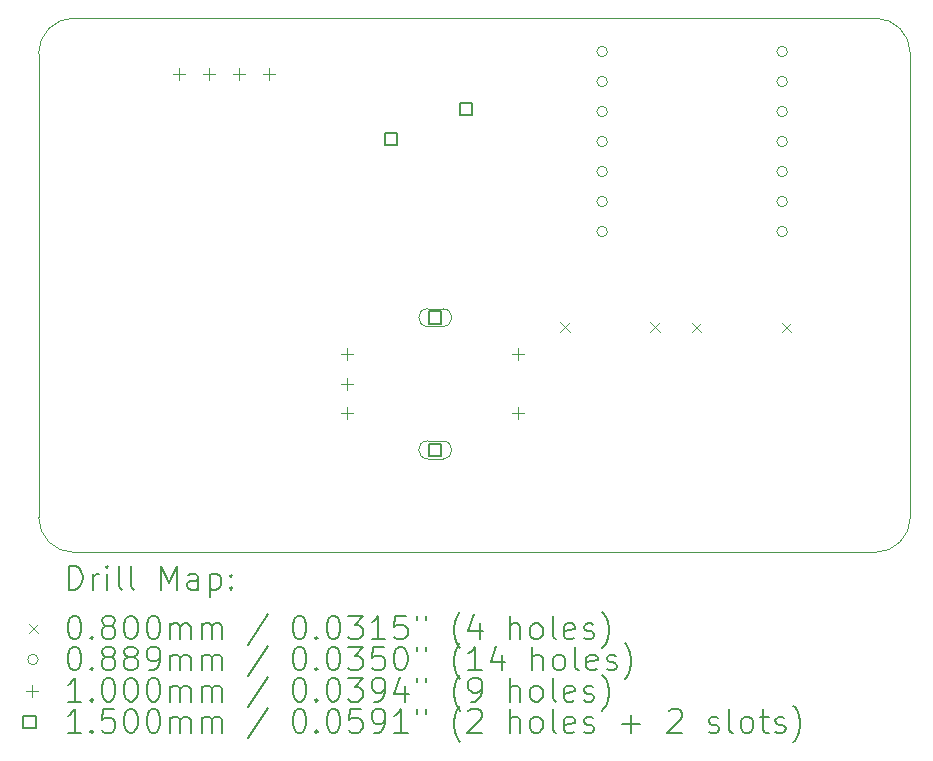
<source format=gbr>
%TF.GenerationSoftware,KiCad,Pcbnew,9.0.2*%
%TF.CreationDate,2025-06-27T15:59:43-04:00*%
%TF.ProjectId,PassPad_KiCAD,50617373-5061-4645-9f4b-694341442e6b,rev?*%
%TF.SameCoordinates,Original*%
%TF.FileFunction,Drillmap*%
%TF.FilePolarity,Positive*%
%FSLAX45Y45*%
G04 Gerber Fmt 4.5, Leading zero omitted, Abs format (unit mm)*
G04 Created by KiCad (PCBNEW 9.0.2) date 2025-06-27 15:59:43*
%MOMM*%
%LPD*%
G01*
G04 APERTURE LIST*
%ADD10C,0.050000*%
%ADD11C,0.200000*%
%ADD12C,0.100000*%
%ADD13C,0.150000*%
G04 APERTURE END LIST*
D10*
X9825000Y-11430000D02*
G75*
G02*
X9525000Y-11130000I0J300000D01*
G01*
X16906875Y-11130000D02*
G75*
G02*
X16606875Y-11430005I-300005J0D01*
G01*
X9525000Y-7205625D02*
G75*
G02*
X9825000Y-6905630I300000J-5D01*
G01*
X16606875Y-6905625D02*
G75*
G02*
X16906875Y-7205625I-5J-300005D01*
G01*
X9525000Y-11130000D02*
X9525000Y-7205625D01*
X16606875Y-11430000D02*
X9825000Y-11430000D01*
X16906875Y-7205625D02*
X16906875Y-11130000D01*
X9825000Y-6905625D02*
X16606875Y-6905625D01*
D11*
D12*
X13942289Y-9481892D02*
X14022289Y-9561892D01*
X14022289Y-9481892D02*
X13942289Y-9561892D01*
X14704289Y-9481892D02*
X14784289Y-9561892D01*
X14784289Y-9481892D02*
X14704289Y-9561892D01*
X15057125Y-9485000D02*
X15137125Y-9565000D01*
X15137125Y-9485000D02*
X15057125Y-9565000D01*
X15819125Y-9485000D02*
X15899125Y-9565000D01*
X15899125Y-9485000D02*
X15819125Y-9565000D01*
X14341359Y-7189435D02*
G75*
G02*
X14252459Y-7189435I-44450J0D01*
G01*
X14252459Y-7189435D02*
G75*
G02*
X14341359Y-7189435I44450J0D01*
G01*
X14341359Y-7443435D02*
G75*
G02*
X14252459Y-7443435I-44450J0D01*
G01*
X14252459Y-7443435D02*
G75*
G02*
X14341359Y-7443435I44450J0D01*
G01*
X14341359Y-7697435D02*
G75*
G02*
X14252459Y-7697435I-44450J0D01*
G01*
X14252459Y-7697435D02*
G75*
G02*
X14341359Y-7697435I44450J0D01*
G01*
X14341359Y-7951435D02*
G75*
G02*
X14252459Y-7951435I-44450J0D01*
G01*
X14252459Y-7951435D02*
G75*
G02*
X14341359Y-7951435I44450J0D01*
G01*
X14341359Y-8205435D02*
G75*
G02*
X14252459Y-8205435I-44450J0D01*
G01*
X14252459Y-8205435D02*
G75*
G02*
X14341359Y-8205435I44450J0D01*
G01*
X14341359Y-8459435D02*
G75*
G02*
X14252459Y-8459435I-44450J0D01*
G01*
X14252459Y-8459435D02*
G75*
G02*
X14341359Y-8459435I44450J0D01*
G01*
X14341359Y-8713435D02*
G75*
G02*
X14252459Y-8713435I-44450J0D01*
G01*
X14252459Y-8713435D02*
G75*
G02*
X14341359Y-8713435I44450J0D01*
G01*
X15865359Y-7189435D02*
G75*
G02*
X15776459Y-7189435I-44450J0D01*
G01*
X15776459Y-7189435D02*
G75*
G02*
X15865359Y-7189435I44450J0D01*
G01*
X15865359Y-7443435D02*
G75*
G02*
X15776459Y-7443435I-44450J0D01*
G01*
X15776459Y-7443435D02*
G75*
G02*
X15865359Y-7443435I44450J0D01*
G01*
X15865359Y-7697435D02*
G75*
G02*
X15776459Y-7697435I-44450J0D01*
G01*
X15776459Y-7697435D02*
G75*
G02*
X15865359Y-7697435I44450J0D01*
G01*
X15865359Y-7951435D02*
G75*
G02*
X15776459Y-7951435I-44450J0D01*
G01*
X15776459Y-7951435D02*
G75*
G02*
X15865359Y-7951435I44450J0D01*
G01*
X15865359Y-8205435D02*
G75*
G02*
X15776459Y-8205435I-44450J0D01*
G01*
X15776459Y-8205435D02*
G75*
G02*
X15865359Y-8205435I44450J0D01*
G01*
X15865359Y-8459435D02*
G75*
G02*
X15776459Y-8459435I-44450J0D01*
G01*
X15776459Y-8459435D02*
G75*
G02*
X15865359Y-8459435I44450J0D01*
G01*
X15865359Y-8713435D02*
G75*
G02*
X15776459Y-8713435I-44450J0D01*
G01*
X15776459Y-8713435D02*
G75*
G02*
X15865359Y-8713435I44450J0D01*
G01*
X10715625Y-7331875D02*
X10715625Y-7431875D01*
X10665625Y-7381875D02*
X10765625Y-7381875D01*
X10969625Y-7331875D02*
X10969625Y-7431875D01*
X10919625Y-7381875D02*
X11019625Y-7381875D01*
X11223625Y-7331875D02*
X11223625Y-7431875D01*
X11173625Y-7381875D02*
X11273625Y-7381875D01*
X11477625Y-7331875D02*
X11477625Y-7431875D01*
X11427625Y-7381875D02*
X11527625Y-7381875D01*
X12133750Y-9701250D02*
X12133750Y-9801250D01*
X12083750Y-9751250D02*
X12183750Y-9751250D01*
X12133750Y-9951250D02*
X12133750Y-10051250D01*
X12083750Y-10001250D02*
X12183750Y-10001250D01*
X12133750Y-10201250D02*
X12133750Y-10301250D01*
X12083750Y-10251250D02*
X12183750Y-10251250D01*
X13583750Y-9701250D02*
X13583750Y-9801250D01*
X13533750Y-9751250D02*
X13633750Y-9751250D01*
X13583750Y-10201250D02*
X13583750Y-10301250D01*
X13533750Y-10251250D02*
X13633750Y-10251250D01*
D13*
X12562378Y-7981136D02*
X12562378Y-7875069D01*
X12456311Y-7875069D01*
X12456311Y-7981136D01*
X12562378Y-7981136D01*
X12936783Y-9494284D02*
X12936783Y-9388217D01*
X12830716Y-9388217D01*
X12830716Y-9494284D01*
X12936783Y-9494284D01*
D12*
X12818750Y-9516250D02*
X12948750Y-9516250D01*
X12948750Y-9366250D02*
G75*
G02*
X12948750Y-9516250I0J-75000D01*
G01*
X12948750Y-9366250D02*
X12818750Y-9366250D01*
X12818750Y-9366250D02*
G75*
G03*
X12818750Y-9516250I0J-75000D01*
G01*
D13*
X12936783Y-10614284D02*
X12936783Y-10508217D01*
X12830716Y-10508217D01*
X12830716Y-10614284D01*
X12936783Y-10614284D01*
D12*
X12818750Y-10636250D02*
X12948750Y-10636250D01*
X12948750Y-10486250D02*
G75*
G02*
X12948750Y-10636250I0J-75000D01*
G01*
X12948750Y-10486250D02*
X12818750Y-10486250D01*
X12818750Y-10486250D02*
G75*
G03*
X12818750Y-10636250I0J-75000D01*
G01*
D13*
X13197378Y-7727136D02*
X13197378Y-7621069D01*
X13091311Y-7621069D01*
X13091311Y-7727136D01*
X13197378Y-7727136D01*
D11*
X9783277Y-11743984D02*
X9783277Y-11543984D01*
X9783277Y-11543984D02*
X9830896Y-11543984D01*
X9830896Y-11543984D02*
X9859467Y-11553508D01*
X9859467Y-11553508D02*
X9878515Y-11572555D01*
X9878515Y-11572555D02*
X9888039Y-11591603D01*
X9888039Y-11591603D02*
X9897563Y-11629698D01*
X9897563Y-11629698D02*
X9897563Y-11658269D01*
X9897563Y-11658269D02*
X9888039Y-11696365D01*
X9888039Y-11696365D02*
X9878515Y-11715412D01*
X9878515Y-11715412D02*
X9859467Y-11734460D01*
X9859467Y-11734460D02*
X9830896Y-11743984D01*
X9830896Y-11743984D02*
X9783277Y-11743984D01*
X9983277Y-11743984D02*
X9983277Y-11610650D01*
X9983277Y-11648746D02*
X9992801Y-11629698D01*
X9992801Y-11629698D02*
X10002324Y-11620174D01*
X10002324Y-11620174D02*
X10021372Y-11610650D01*
X10021372Y-11610650D02*
X10040420Y-11610650D01*
X10107086Y-11743984D02*
X10107086Y-11610650D01*
X10107086Y-11543984D02*
X10097563Y-11553508D01*
X10097563Y-11553508D02*
X10107086Y-11563031D01*
X10107086Y-11563031D02*
X10116610Y-11553508D01*
X10116610Y-11553508D02*
X10107086Y-11543984D01*
X10107086Y-11543984D02*
X10107086Y-11563031D01*
X10230896Y-11743984D02*
X10211848Y-11734460D01*
X10211848Y-11734460D02*
X10202324Y-11715412D01*
X10202324Y-11715412D02*
X10202324Y-11543984D01*
X10335658Y-11743984D02*
X10316610Y-11734460D01*
X10316610Y-11734460D02*
X10307086Y-11715412D01*
X10307086Y-11715412D02*
X10307086Y-11543984D01*
X10564229Y-11743984D02*
X10564229Y-11543984D01*
X10564229Y-11543984D02*
X10630896Y-11686841D01*
X10630896Y-11686841D02*
X10697563Y-11543984D01*
X10697563Y-11543984D02*
X10697563Y-11743984D01*
X10878515Y-11743984D02*
X10878515Y-11639222D01*
X10878515Y-11639222D02*
X10868991Y-11620174D01*
X10868991Y-11620174D02*
X10849944Y-11610650D01*
X10849944Y-11610650D02*
X10811848Y-11610650D01*
X10811848Y-11610650D02*
X10792801Y-11620174D01*
X10878515Y-11734460D02*
X10859467Y-11743984D01*
X10859467Y-11743984D02*
X10811848Y-11743984D01*
X10811848Y-11743984D02*
X10792801Y-11734460D01*
X10792801Y-11734460D02*
X10783277Y-11715412D01*
X10783277Y-11715412D02*
X10783277Y-11696365D01*
X10783277Y-11696365D02*
X10792801Y-11677317D01*
X10792801Y-11677317D02*
X10811848Y-11667793D01*
X10811848Y-11667793D02*
X10859467Y-11667793D01*
X10859467Y-11667793D02*
X10878515Y-11658269D01*
X10973753Y-11610650D02*
X10973753Y-11810650D01*
X10973753Y-11620174D02*
X10992801Y-11610650D01*
X10992801Y-11610650D02*
X11030896Y-11610650D01*
X11030896Y-11610650D02*
X11049944Y-11620174D01*
X11049944Y-11620174D02*
X11059467Y-11629698D01*
X11059467Y-11629698D02*
X11068991Y-11648746D01*
X11068991Y-11648746D02*
X11068991Y-11705888D01*
X11068991Y-11705888D02*
X11059467Y-11724936D01*
X11059467Y-11724936D02*
X11049944Y-11734460D01*
X11049944Y-11734460D02*
X11030896Y-11743984D01*
X11030896Y-11743984D02*
X10992801Y-11743984D01*
X10992801Y-11743984D02*
X10973753Y-11734460D01*
X11154705Y-11724936D02*
X11164229Y-11734460D01*
X11164229Y-11734460D02*
X11154705Y-11743984D01*
X11154705Y-11743984D02*
X11145182Y-11734460D01*
X11145182Y-11734460D02*
X11154705Y-11724936D01*
X11154705Y-11724936D02*
X11154705Y-11743984D01*
X11154705Y-11620174D02*
X11164229Y-11629698D01*
X11164229Y-11629698D02*
X11154705Y-11639222D01*
X11154705Y-11639222D02*
X11145182Y-11629698D01*
X11145182Y-11629698D02*
X11154705Y-11620174D01*
X11154705Y-11620174D02*
X11154705Y-11639222D01*
D12*
X9442500Y-12032500D02*
X9522500Y-12112500D01*
X9522500Y-12032500D02*
X9442500Y-12112500D01*
D11*
X9821372Y-11963984D02*
X9840420Y-11963984D01*
X9840420Y-11963984D02*
X9859467Y-11973508D01*
X9859467Y-11973508D02*
X9868991Y-11983031D01*
X9868991Y-11983031D02*
X9878515Y-12002079D01*
X9878515Y-12002079D02*
X9888039Y-12040174D01*
X9888039Y-12040174D02*
X9888039Y-12087793D01*
X9888039Y-12087793D02*
X9878515Y-12125888D01*
X9878515Y-12125888D02*
X9868991Y-12144936D01*
X9868991Y-12144936D02*
X9859467Y-12154460D01*
X9859467Y-12154460D02*
X9840420Y-12163984D01*
X9840420Y-12163984D02*
X9821372Y-12163984D01*
X9821372Y-12163984D02*
X9802324Y-12154460D01*
X9802324Y-12154460D02*
X9792801Y-12144936D01*
X9792801Y-12144936D02*
X9783277Y-12125888D01*
X9783277Y-12125888D02*
X9773753Y-12087793D01*
X9773753Y-12087793D02*
X9773753Y-12040174D01*
X9773753Y-12040174D02*
X9783277Y-12002079D01*
X9783277Y-12002079D02*
X9792801Y-11983031D01*
X9792801Y-11983031D02*
X9802324Y-11973508D01*
X9802324Y-11973508D02*
X9821372Y-11963984D01*
X9973753Y-12144936D02*
X9983277Y-12154460D01*
X9983277Y-12154460D02*
X9973753Y-12163984D01*
X9973753Y-12163984D02*
X9964229Y-12154460D01*
X9964229Y-12154460D02*
X9973753Y-12144936D01*
X9973753Y-12144936D02*
X9973753Y-12163984D01*
X10097563Y-12049698D02*
X10078515Y-12040174D01*
X10078515Y-12040174D02*
X10068991Y-12030650D01*
X10068991Y-12030650D02*
X10059467Y-12011603D01*
X10059467Y-12011603D02*
X10059467Y-12002079D01*
X10059467Y-12002079D02*
X10068991Y-11983031D01*
X10068991Y-11983031D02*
X10078515Y-11973508D01*
X10078515Y-11973508D02*
X10097563Y-11963984D01*
X10097563Y-11963984D02*
X10135658Y-11963984D01*
X10135658Y-11963984D02*
X10154705Y-11973508D01*
X10154705Y-11973508D02*
X10164229Y-11983031D01*
X10164229Y-11983031D02*
X10173753Y-12002079D01*
X10173753Y-12002079D02*
X10173753Y-12011603D01*
X10173753Y-12011603D02*
X10164229Y-12030650D01*
X10164229Y-12030650D02*
X10154705Y-12040174D01*
X10154705Y-12040174D02*
X10135658Y-12049698D01*
X10135658Y-12049698D02*
X10097563Y-12049698D01*
X10097563Y-12049698D02*
X10078515Y-12059222D01*
X10078515Y-12059222D02*
X10068991Y-12068746D01*
X10068991Y-12068746D02*
X10059467Y-12087793D01*
X10059467Y-12087793D02*
X10059467Y-12125888D01*
X10059467Y-12125888D02*
X10068991Y-12144936D01*
X10068991Y-12144936D02*
X10078515Y-12154460D01*
X10078515Y-12154460D02*
X10097563Y-12163984D01*
X10097563Y-12163984D02*
X10135658Y-12163984D01*
X10135658Y-12163984D02*
X10154705Y-12154460D01*
X10154705Y-12154460D02*
X10164229Y-12144936D01*
X10164229Y-12144936D02*
X10173753Y-12125888D01*
X10173753Y-12125888D02*
X10173753Y-12087793D01*
X10173753Y-12087793D02*
X10164229Y-12068746D01*
X10164229Y-12068746D02*
X10154705Y-12059222D01*
X10154705Y-12059222D02*
X10135658Y-12049698D01*
X10297563Y-11963984D02*
X10316610Y-11963984D01*
X10316610Y-11963984D02*
X10335658Y-11973508D01*
X10335658Y-11973508D02*
X10345182Y-11983031D01*
X10345182Y-11983031D02*
X10354705Y-12002079D01*
X10354705Y-12002079D02*
X10364229Y-12040174D01*
X10364229Y-12040174D02*
X10364229Y-12087793D01*
X10364229Y-12087793D02*
X10354705Y-12125888D01*
X10354705Y-12125888D02*
X10345182Y-12144936D01*
X10345182Y-12144936D02*
X10335658Y-12154460D01*
X10335658Y-12154460D02*
X10316610Y-12163984D01*
X10316610Y-12163984D02*
X10297563Y-12163984D01*
X10297563Y-12163984D02*
X10278515Y-12154460D01*
X10278515Y-12154460D02*
X10268991Y-12144936D01*
X10268991Y-12144936D02*
X10259467Y-12125888D01*
X10259467Y-12125888D02*
X10249944Y-12087793D01*
X10249944Y-12087793D02*
X10249944Y-12040174D01*
X10249944Y-12040174D02*
X10259467Y-12002079D01*
X10259467Y-12002079D02*
X10268991Y-11983031D01*
X10268991Y-11983031D02*
X10278515Y-11973508D01*
X10278515Y-11973508D02*
X10297563Y-11963984D01*
X10488039Y-11963984D02*
X10507086Y-11963984D01*
X10507086Y-11963984D02*
X10526134Y-11973508D01*
X10526134Y-11973508D02*
X10535658Y-11983031D01*
X10535658Y-11983031D02*
X10545182Y-12002079D01*
X10545182Y-12002079D02*
X10554705Y-12040174D01*
X10554705Y-12040174D02*
X10554705Y-12087793D01*
X10554705Y-12087793D02*
X10545182Y-12125888D01*
X10545182Y-12125888D02*
X10535658Y-12144936D01*
X10535658Y-12144936D02*
X10526134Y-12154460D01*
X10526134Y-12154460D02*
X10507086Y-12163984D01*
X10507086Y-12163984D02*
X10488039Y-12163984D01*
X10488039Y-12163984D02*
X10468991Y-12154460D01*
X10468991Y-12154460D02*
X10459467Y-12144936D01*
X10459467Y-12144936D02*
X10449944Y-12125888D01*
X10449944Y-12125888D02*
X10440420Y-12087793D01*
X10440420Y-12087793D02*
X10440420Y-12040174D01*
X10440420Y-12040174D02*
X10449944Y-12002079D01*
X10449944Y-12002079D02*
X10459467Y-11983031D01*
X10459467Y-11983031D02*
X10468991Y-11973508D01*
X10468991Y-11973508D02*
X10488039Y-11963984D01*
X10640420Y-12163984D02*
X10640420Y-12030650D01*
X10640420Y-12049698D02*
X10649944Y-12040174D01*
X10649944Y-12040174D02*
X10668991Y-12030650D01*
X10668991Y-12030650D02*
X10697563Y-12030650D01*
X10697563Y-12030650D02*
X10716610Y-12040174D01*
X10716610Y-12040174D02*
X10726134Y-12059222D01*
X10726134Y-12059222D02*
X10726134Y-12163984D01*
X10726134Y-12059222D02*
X10735658Y-12040174D01*
X10735658Y-12040174D02*
X10754705Y-12030650D01*
X10754705Y-12030650D02*
X10783277Y-12030650D01*
X10783277Y-12030650D02*
X10802325Y-12040174D01*
X10802325Y-12040174D02*
X10811848Y-12059222D01*
X10811848Y-12059222D02*
X10811848Y-12163984D01*
X10907086Y-12163984D02*
X10907086Y-12030650D01*
X10907086Y-12049698D02*
X10916610Y-12040174D01*
X10916610Y-12040174D02*
X10935658Y-12030650D01*
X10935658Y-12030650D02*
X10964229Y-12030650D01*
X10964229Y-12030650D02*
X10983277Y-12040174D01*
X10983277Y-12040174D02*
X10992801Y-12059222D01*
X10992801Y-12059222D02*
X10992801Y-12163984D01*
X10992801Y-12059222D02*
X11002325Y-12040174D01*
X11002325Y-12040174D02*
X11021372Y-12030650D01*
X11021372Y-12030650D02*
X11049944Y-12030650D01*
X11049944Y-12030650D02*
X11068991Y-12040174D01*
X11068991Y-12040174D02*
X11078515Y-12059222D01*
X11078515Y-12059222D02*
X11078515Y-12163984D01*
X11468991Y-11954460D02*
X11297563Y-12211603D01*
X11726134Y-11963984D02*
X11745182Y-11963984D01*
X11745182Y-11963984D02*
X11764229Y-11973508D01*
X11764229Y-11973508D02*
X11773753Y-11983031D01*
X11773753Y-11983031D02*
X11783277Y-12002079D01*
X11783277Y-12002079D02*
X11792801Y-12040174D01*
X11792801Y-12040174D02*
X11792801Y-12087793D01*
X11792801Y-12087793D02*
X11783277Y-12125888D01*
X11783277Y-12125888D02*
X11773753Y-12144936D01*
X11773753Y-12144936D02*
X11764229Y-12154460D01*
X11764229Y-12154460D02*
X11745182Y-12163984D01*
X11745182Y-12163984D02*
X11726134Y-12163984D01*
X11726134Y-12163984D02*
X11707086Y-12154460D01*
X11707086Y-12154460D02*
X11697563Y-12144936D01*
X11697563Y-12144936D02*
X11688039Y-12125888D01*
X11688039Y-12125888D02*
X11678515Y-12087793D01*
X11678515Y-12087793D02*
X11678515Y-12040174D01*
X11678515Y-12040174D02*
X11688039Y-12002079D01*
X11688039Y-12002079D02*
X11697563Y-11983031D01*
X11697563Y-11983031D02*
X11707086Y-11973508D01*
X11707086Y-11973508D02*
X11726134Y-11963984D01*
X11878515Y-12144936D02*
X11888039Y-12154460D01*
X11888039Y-12154460D02*
X11878515Y-12163984D01*
X11878515Y-12163984D02*
X11868991Y-12154460D01*
X11868991Y-12154460D02*
X11878515Y-12144936D01*
X11878515Y-12144936D02*
X11878515Y-12163984D01*
X12011848Y-11963984D02*
X12030896Y-11963984D01*
X12030896Y-11963984D02*
X12049944Y-11973508D01*
X12049944Y-11973508D02*
X12059467Y-11983031D01*
X12059467Y-11983031D02*
X12068991Y-12002079D01*
X12068991Y-12002079D02*
X12078515Y-12040174D01*
X12078515Y-12040174D02*
X12078515Y-12087793D01*
X12078515Y-12087793D02*
X12068991Y-12125888D01*
X12068991Y-12125888D02*
X12059467Y-12144936D01*
X12059467Y-12144936D02*
X12049944Y-12154460D01*
X12049944Y-12154460D02*
X12030896Y-12163984D01*
X12030896Y-12163984D02*
X12011848Y-12163984D01*
X12011848Y-12163984D02*
X11992801Y-12154460D01*
X11992801Y-12154460D02*
X11983277Y-12144936D01*
X11983277Y-12144936D02*
X11973753Y-12125888D01*
X11973753Y-12125888D02*
X11964229Y-12087793D01*
X11964229Y-12087793D02*
X11964229Y-12040174D01*
X11964229Y-12040174D02*
X11973753Y-12002079D01*
X11973753Y-12002079D02*
X11983277Y-11983031D01*
X11983277Y-11983031D02*
X11992801Y-11973508D01*
X11992801Y-11973508D02*
X12011848Y-11963984D01*
X12145182Y-11963984D02*
X12268991Y-11963984D01*
X12268991Y-11963984D02*
X12202325Y-12040174D01*
X12202325Y-12040174D02*
X12230896Y-12040174D01*
X12230896Y-12040174D02*
X12249944Y-12049698D01*
X12249944Y-12049698D02*
X12259467Y-12059222D01*
X12259467Y-12059222D02*
X12268991Y-12078269D01*
X12268991Y-12078269D02*
X12268991Y-12125888D01*
X12268991Y-12125888D02*
X12259467Y-12144936D01*
X12259467Y-12144936D02*
X12249944Y-12154460D01*
X12249944Y-12154460D02*
X12230896Y-12163984D01*
X12230896Y-12163984D02*
X12173753Y-12163984D01*
X12173753Y-12163984D02*
X12154706Y-12154460D01*
X12154706Y-12154460D02*
X12145182Y-12144936D01*
X12459467Y-12163984D02*
X12345182Y-12163984D01*
X12402325Y-12163984D02*
X12402325Y-11963984D01*
X12402325Y-11963984D02*
X12383277Y-11992555D01*
X12383277Y-11992555D02*
X12364229Y-12011603D01*
X12364229Y-12011603D02*
X12345182Y-12021127D01*
X12640420Y-11963984D02*
X12545182Y-11963984D01*
X12545182Y-11963984D02*
X12535658Y-12059222D01*
X12535658Y-12059222D02*
X12545182Y-12049698D01*
X12545182Y-12049698D02*
X12564229Y-12040174D01*
X12564229Y-12040174D02*
X12611848Y-12040174D01*
X12611848Y-12040174D02*
X12630896Y-12049698D01*
X12630896Y-12049698D02*
X12640420Y-12059222D01*
X12640420Y-12059222D02*
X12649944Y-12078269D01*
X12649944Y-12078269D02*
X12649944Y-12125888D01*
X12649944Y-12125888D02*
X12640420Y-12144936D01*
X12640420Y-12144936D02*
X12630896Y-12154460D01*
X12630896Y-12154460D02*
X12611848Y-12163984D01*
X12611848Y-12163984D02*
X12564229Y-12163984D01*
X12564229Y-12163984D02*
X12545182Y-12154460D01*
X12545182Y-12154460D02*
X12535658Y-12144936D01*
X12726134Y-11963984D02*
X12726134Y-12002079D01*
X12802325Y-11963984D02*
X12802325Y-12002079D01*
X13097563Y-12240174D02*
X13088039Y-12230650D01*
X13088039Y-12230650D02*
X13068991Y-12202079D01*
X13068991Y-12202079D02*
X13059468Y-12183031D01*
X13059468Y-12183031D02*
X13049944Y-12154460D01*
X13049944Y-12154460D02*
X13040420Y-12106841D01*
X13040420Y-12106841D02*
X13040420Y-12068746D01*
X13040420Y-12068746D02*
X13049944Y-12021127D01*
X13049944Y-12021127D02*
X13059468Y-11992555D01*
X13059468Y-11992555D02*
X13068991Y-11973508D01*
X13068991Y-11973508D02*
X13088039Y-11944936D01*
X13088039Y-11944936D02*
X13097563Y-11935412D01*
X13259468Y-12030650D02*
X13259468Y-12163984D01*
X13211848Y-11954460D02*
X13164229Y-12097317D01*
X13164229Y-12097317D02*
X13288039Y-12097317D01*
X13516610Y-12163984D02*
X13516610Y-11963984D01*
X13602325Y-12163984D02*
X13602325Y-12059222D01*
X13602325Y-12059222D02*
X13592801Y-12040174D01*
X13592801Y-12040174D02*
X13573753Y-12030650D01*
X13573753Y-12030650D02*
X13545182Y-12030650D01*
X13545182Y-12030650D02*
X13526134Y-12040174D01*
X13526134Y-12040174D02*
X13516610Y-12049698D01*
X13726134Y-12163984D02*
X13707087Y-12154460D01*
X13707087Y-12154460D02*
X13697563Y-12144936D01*
X13697563Y-12144936D02*
X13688039Y-12125888D01*
X13688039Y-12125888D02*
X13688039Y-12068746D01*
X13688039Y-12068746D02*
X13697563Y-12049698D01*
X13697563Y-12049698D02*
X13707087Y-12040174D01*
X13707087Y-12040174D02*
X13726134Y-12030650D01*
X13726134Y-12030650D02*
X13754706Y-12030650D01*
X13754706Y-12030650D02*
X13773753Y-12040174D01*
X13773753Y-12040174D02*
X13783277Y-12049698D01*
X13783277Y-12049698D02*
X13792801Y-12068746D01*
X13792801Y-12068746D02*
X13792801Y-12125888D01*
X13792801Y-12125888D02*
X13783277Y-12144936D01*
X13783277Y-12144936D02*
X13773753Y-12154460D01*
X13773753Y-12154460D02*
X13754706Y-12163984D01*
X13754706Y-12163984D02*
X13726134Y-12163984D01*
X13907087Y-12163984D02*
X13888039Y-12154460D01*
X13888039Y-12154460D02*
X13878515Y-12135412D01*
X13878515Y-12135412D02*
X13878515Y-11963984D01*
X14059468Y-12154460D02*
X14040420Y-12163984D01*
X14040420Y-12163984D02*
X14002325Y-12163984D01*
X14002325Y-12163984D02*
X13983277Y-12154460D01*
X13983277Y-12154460D02*
X13973753Y-12135412D01*
X13973753Y-12135412D02*
X13973753Y-12059222D01*
X13973753Y-12059222D02*
X13983277Y-12040174D01*
X13983277Y-12040174D02*
X14002325Y-12030650D01*
X14002325Y-12030650D02*
X14040420Y-12030650D01*
X14040420Y-12030650D02*
X14059468Y-12040174D01*
X14059468Y-12040174D02*
X14068991Y-12059222D01*
X14068991Y-12059222D02*
X14068991Y-12078269D01*
X14068991Y-12078269D02*
X13973753Y-12097317D01*
X14145182Y-12154460D02*
X14164230Y-12163984D01*
X14164230Y-12163984D02*
X14202325Y-12163984D01*
X14202325Y-12163984D02*
X14221372Y-12154460D01*
X14221372Y-12154460D02*
X14230896Y-12135412D01*
X14230896Y-12135412D02*
X14230896Y-12125888D01*
X14230896Y-12125888D02*
X14221372Y-12106841D01*
X14221372Y-12106841D02*
X14202325Y-12097317D01*
X14202325Y-12097317D02*
X14173753Y-12097317D01*
X14173753Y-12097317D02*
X14154706Y-12087793D01*
X14154706Y-12087793D02*
X14145182Y-12068746D01*
X14145182Y-12068746D02*
X14145182Y-12059222D01*
X14145182Y-12059222D02*
X14154706Y-12040174D01*
X14154706Y-12040174D02*
X14173753Y-12030650D01*
X14173753Y-12030650D02*
X14202325Y-12030650D01*
X14202325Y-12030650D02*
X14221372Y-12040174D01*
X14297563Y-12240174D02*
X14307087Y-12230650D01*
X14307087Y-12230650D02*
X14326134Y-12202079D01*
X14326134Y-12202079D02*
X14335658Y-12183031D01*
X14335658Y-12183031D02*
X14345182Y-12154460D01*
X14345182Y-12154460D02*
X14354706Y-12106841D01*
X14354706Y-12106841D02*
X14354706Y-12068746D01*
X14354706Y-12068746D02*
X14345182Y-12021127D01*
X14345182Y-12021127D02*
X14335658Y-11992555D01*
X14335658Y-11992555D02*
X14326134Y-11973508D01*
X14326134Y-11973508D02*
X14307087Y-11944936D01*
X14307087Y-11944936D02*
X14297563Y-11935412D01*
D12*
X9522500Y-12336500D02*
G75*
G02*
X9433600Y-12336500I-44450J0D01*
G01*
X9433600Y-12336500D02*
G75*
G02*
X9522500Y-12336500I44450J0D01*
G01*
D11*
X9821372Y-12227984D02*
X9840420Y-12227984D01*
X9840420Y-12227984D02*
X9859467Y-12237508D01*
X9859467Y-12237508D02*
X9868991Y-12247031D01*
X9868991Y-12247031D02*
X9878515Y-12266079D01*
X9878515Y-12266079D02*
X9888039Y-12304174D01*
X9888039Y-12304174D02*
X9888039Y-12351793D01*
X9888039Y-12351793D02*
X9878515Y-12389888D01*
X9878515Y-12389888D02*
X9868991Y-12408936D01*
X9868991Y-12408936D02*
X9859467Y-12418460D01*
X9859467Y-12418460D02*
X9840420Y-12427984D01*
X9840420Y-12427984D02*
X9821372Y-12427984D01*
X9821372Y-12427984D02*
X9802324Y-12418460D01*
X9802324Y-12418460D02*
X9792801Y-12408936D01*
X9792801Y-12408936D02*
X9783277Y-12389888D01*
X9783277Y-12389888D02*
X9773753Y-12351793D01*
X9773753Y-12351793D02*
X9773753Y-12304174D01*
X9773753Y-12304174D02*
X9783277Y-12266079D01*
X9783277Y-12266079D02*
X9792801Y-12247031D01*
X9792801Y-12247031D02*
X9802324Y-12237508D01*
X9802324Y-12237508D02*
X9821372Y-12227984D01*
X9973753Y-12408936D02*
X9983277Y-12418460D01*
X9983277Y-12418460D02*
X9973753Y-12427984D01*
X9973753Y-12427984D02*
X9964229Y-12418460D01*
X9964229Y-12418460D02*
X9973753Y-12408936D01*
X9973753Y-12408936D02*
X9973753Y-12427984D01*
X10097563Y-12313698D02*
X10078515Y-12304174D01*
X10078515Y-12304174D02*
X10068991Y-12294650D01*
X10068991Y-12294650D02*
X10059467Y-12275603D01*
X10059467Y-12275603D02*
X10059467Y-12266079D01*
X10059467Y-12266079D02*
X10068991Y-12247031D01*
X10068991Y-12247031D02*
X10078515Y-12237508D01*
X10078515Y-12237508D02*
X10097563Y-12227984D01*
X10097563Y-12227984D02*
X10135658Y-12227984D01*
X10135658Y-12227984D02*
X10154705Y-12237508D01*
X10154705Y-12237508D02*
X10164229Y-12247031D01*
X10164229Y-12247031D02*
X10173753Y-12266079D01*
X10173753Y-12266079D02*
X10173753Y-12275603D01*
X10173753Y-12275603D02*
X10164229Y-12294650D01*
X10164229Y-12294650D02*
X10154705Y-12304174D01*
X10154705Y-12304174D02*
X10135658Y-12313698D01*
X10135658Y-12313698D02*
X10097563Y-12313698D01*
X10097563Y-12313698D02*
X10078515Y-12323222D01*
X10078515Y-12323222D02*
X10068991Y-12332746D01*
X10068991Y-12332746D02*
X10059467Y-12351793D01*
X10059467Y-12351793D02*
X10059467Y-12389888D01*
X10059467Y-12389888D02*
X10068991Y-12408936D01*
X10068991Y-12408936D02*
X10078515Y-12418460D01*
X10078515Y-12418460D02*
X10097563Y-12427984D01*
X10097563Y-12427984D02*
X10135658Y-12427984D01*
X10135658Y-12427984D02*
X10154705Y-12418460D01*
X10154705Y-12418460D02*
X10164229Y-12408936D01*
X10164229Y-12408936D02*
X10173753Y-12389888D01*
X10173753Y-12389888D02*
X10173753Y-12351793D01*
X10173753Y-12351793D02*
X10164229Y-12332746D01*
X10164229Y-12332746D02*
X10154705Y-12323222D01*
X10154705Y-12323222D02*
X10135658Y-12313698D01*
X10288039Y-12313698D02*
X10268991Y-12304174D01*
X10268991Y-12304174D02*
X10259467Y-12294650D01*
X10259467Y-12294650D02*
X10249944Y-12275603D01*
X10249944Y-12275603D02*
X10249944Y-12266079D01*
X10249944Y-12266079D02*
X10259467Y-12247031D01*
X10259467Y-12247031D02*
X10268991Y-12237508D01*
X10268991Y-12237508D02*
X10288039Y-12227984D01*
X10288039Y-12227984D02*
X10326134Y-12227984D01*
X10326134Y-12227984D02*
X10345182Y-12237508D01*
X10345182Y-12237508D02*
X10354705Y-12247031D01*
X10354705Y-12247031D02*
X10364229Y-12266079D01*
X10364229Y-12266079D02*
X10364229Y-12275603D01*
X10364229Y-12275603D02*
X10354705Y-12294650D01*
X10354705Y-12294650D02*
X10345182Y-12304174D01*
X10345182Y-12304174D02*
X10326134Y-12313698D01*
X10326134Y-12313698D02*
X10288039Y-12313698D01*
X10288039Y-12313698D02*
X10268991Y-12323222D01*
X10268991Y-12323222D02*
X10259467Y-12332746D01*
X10259467Y-12332746D02*
X10249944Y-12351793D01*
X10249944Y-12351793D02*
X10249944Y-12389888D01*
X10249944Y-12389888D02*
X10259467Y-12408936D01*
X10259467Y-12408936D02*
X10268991Y-12418460D01*
X10268991Y-12418460D02*
X10288039Y-12427984D01*
X10288039Y-12427984D02*
X10326134Y-12427984D01*
X10326134Y-12427984D02*
X10345182Y-12418460D01*
X10345182Y-12418460D02*
X10354705Y-12408936D01*
X10354705Y-12408936D02*
X10364229Y-12389888D01*
X10364229Y-12389888D02*
X10364229Y-12351793D01*
X10364229Y-12351793D02*
X10354705Y-12332746D01*
X10354705Y-12332746D02*
X10345182Y-12323222D01*
X10345182Y-12323222D02*
X10326134Y-12313698D01*
X10459467Y-12427984D02*
X10497563Y-12427984D01*
X10497563Y-12427984D02*
X10516610Y-12418460D01*
X10516610Y-12418460D02*
X10526134Y-12408936D01*
X10526134Y-12408936D02*
X10545182Y-12380365D01*
X10545182Y-12380365D02*
X10554705Y-12342269D01*
X10554705Y-12342269D02*
X10554705Y-12266079D01*
X10554705Y-12266079D02*
X10545182Y-12247031D01*
X10545182Y-12247031D02*
X10535658Y-12237508D01*
X10535658Y-12237508D02*
X10516610Y-12227984D01*
X10516610Y-12227984D02*
X10478515Y-12227984D01*
X10478515Y-12227984D02*
X10459467Y-12237508D01*
X10459467Y-12237508D02*
X10449944Y-12247031D01*
X10449944Y-12247031D02*
X10440420Y-12266079D01*
X10440420Y-12266079D02*
X10440420Y-12313698D01*
X10440420Y-12313698D02*
X10449944Y-12332746D01*
X10449944Y-12332746D02*
X10459467Y-12342269D01*
X10459467Y-12342269D02*
X10478515Y-12351793D01*
X10478515Y-12351793D02*
X10516610Y-12351793D01*
X10516610Y-12351793D02*
X10535658Y-12342269D01*
X10535658Y-12342269D02*
X10545182Y-12332746D01*
X10545182Y-12332746D02*
X10554705Y-12313698D01*
X10640420Y-12427984D02*
X10640420Y-12294650D01*
X10640420Y-12313698D02*
X10649944Y-12304174D01*
X10649944Y-12304174D02*
X10668991Y-12294650D01*
X10668991Y-12294650D02*
X10697563Y-12294650D01*
X10697563Y-12294650D02*
X10716610Y-12304174D01*
X10716610Y-12304174D02*
X10726134Y-12323222D01*
X10726134Y-12323222D02*
X10726134Y-12427984D01*
X10726134Y-12323222D02*
X10735658Y-12304174D01*
X10735658Y-12304174D02*
X10754705Y-12294650D01*
X10754705Y-12294650D02*
X10783277Y-12294650D01*
X10783277Y-12294650D02*
X10802325Y-12304174D01*
X10802325Y-12304174D02*
X10811848Y-12323222D01*
X10811848Y-12323222D02*
X10811848Y-12427984D01*
X10907086Y-12427984D02*
X10907086Y-12294650D01*
X10907086Y-12313698D02*
X10916610Y-12304174D01*
X10916610Y-12304174D02*
X10935658Y-12294650D01*
X10935658Y-12294650D02*
X10964229Y-12294650D01*
X10964229Y-12294650D02*
X10983277Y-12304174D01*
X10983277Y-12304174D02*
X10992801Y-12323222D01*
X10992801Y-12323222D02*
X10992801Y-12427984D01*
X10992801Y-12323222D02*
X11002325Y-12304174D01*
X11002325Y-12304174D02*
X11021372Y-12294650D01*
X11021372Y-12294650D02*
X11049944Y-12294650D01*
X11049944Y-12294650D02*
X11068991Y-12304174D01*
X11068991Y-12304174D02*
X11078515Y-12323222D01*
X11078515Y-12323222D02*
X11078515Y-12427984D01*
X11468991Y-12218460D02*
X11297563Y-12475603D01*
X11726134Y-12227984D02*
X11745182Y-12227984D01*
X11745182Y-12227984D02*
X11764229Y-12237508D01*
X11764229Y-12237508D02*
X11773753Y-12247031D01*
X11773753Y-12247031D02*
X11783277Y-12266079D01*
X11783277Y-12266079D02*
X11792801Y-12304174D01*
X11792801Y-12304174D02*
X11792801Y-12351793D01*
X11792801Y-12351793D02*
X11783277Y-12389888D01*
X11783277Y-12389888D02*
X11773753Y-12408936D01*
X11773753Y-12408936D02*
X11764229Y-12418460D01*
X11764229Y-12418460D02*
X11745182Y-12427984D01*
X11745182Y-12427984D02*
X11726134Y-12427984D01*
X11726134Y-12427984D02*
X11707086Y-12418460D01*
X11707086Y-12418460D02*
X11697563Y-12408936D01*
X11697563Y-12408936D02*
X11688039Y-12389888D01*
X11688039Y-12389888D02*
X11678515Y-12351793D01*
X11678515Y-12351793D02*
X11678515Y-12304174D01*
X11678515Y-12304174D02*
X11688039Y-12266079D01*
X11688039Y-12266079D02*
X11697563Y-12247031D01*
X11697563Y-12247031D02*
X11707086Y-12237508D01*
X11707086Y-12237508D02*
X11726134Y-12227984D01*
X11878515Y-12408936D02*
X11888039Y-12418460D01*
X11888039Y-12418460D02*
X11878515Y-12427984D01*
X11878515Y-12427984D02*
X11868991Y-12418460D01*
X11868991Y-12418460D02*
X11878515Y-12408936D01*
X11878515Y-12408936D02*
X11878515Y-12427984D01*
X12011848Y-12227984D02*
X12030896Y-12227984D01*
X12030896Y-12227984D02*
X12049944Y-12237508D01*
X12049944Y-12237508D02*
X12059467Y-12247031D01*
X12059467Y-12247031D02*
X12068991Y-12266079D01*
X12068991Y-12266079D02*
X12078515Y-12304174D01*
X12078515Y-12304174D02*
X12078515Y-12351793D01*
X12078515Y-12351793D02*
X12068991Y-12389888D01*
X12068991Y-12389888D02*
X12059467Y-12408936D01*
X12059467Y-12408936D02*
X12049944Y-12418460D01*
X12049944Y-12418460D02*
X12030896Y-12427984D01*
X12030896Y-12427984D02*
X12011848Y-12427984D01*
X12011848Y-12427984D02*
X11992801Y-12418460D01*
X11992801Y-12418460D02*
X11983277Y-12408936D01*
X11983277Y-12408936D02*
X11973753Y-12389888D01*
X11973753Y-12389888D02*
X11964229Y-12351793D01*
X11964229Y-12351793D02*
X11964229Y-12304174D01*
X11964229Y-12304174D02*
X11973753Y-12266079D01*
X11973753Y-12266079D02*
X11983277Y-12247031D01*
X11983277Y-12247031D02*
X11992801Y-12237508D01*
X11992801Y-12237508D02*
X12011848Y-12227984D01*
X12145182Y-12227984D02*
X12268991Y-12227984D01*
X12268991Y-12227984D02*
X12202325Y-12304174D01*
X12202325Y-12304174D02*
X12230896Y-12304174D01*
X12230896Y-12304174D02*
X12249944Y-12313698D01*
X12249944Y-12313698D02*
X12259467Y-12323222D01*
X12259467Y-12323222D02*
X12268991Y-12342269D01*
X12268991Y-12342269D02*
X12268991Y-12389888D01*
X12268991Y-12389888D02*
X12259467Y-12408936D01*
X12259467Y-12408936D02*
X12249944Y-12418460D01*
X12249944Y-12418460D02*
X12230896Y-12427984D01*
X12230896Y-12427984D02*
X12173753Y-12427984D01*
X12173753Y-12427984D02*
X12154706Y-12418460D01*
X12154706Y-12418460D02*
X12145182Y-12408936D01*
X12449944Y-12227984D02*
X12354706Y-12227984D01*
X12354706Y-12227984D02*
X12345182Y-12323222D01*
X12345182Y-12323222D02*
X12354706Y-12313698D01*
X12354706Y-12313698D02*
X12373753Y-12304174D01*
X12373753Y-12304174D02*
X12421372Y-12304174D01*
X12421372Y-12304174D02*
X12440420Y-12313698D01*
X12440420Y-12313698D02*
X12449944Y-12323222D01*
X12449944Y-12323222D02*
X12459467Y-12342269D01*
X12459467Y-12342269D02*
X12459467Y-12389888D01*
X12459467Y-12389888D02*
X12449944Y-12408936D01*
X12449944Y-12408936D02*
X12440420Y-12418460D01*
X12440420Y-12418460D02*
X12421372Y-12427984D01*
X12421372Y-12427984D02*
X12373753Y-12427984D01*
X12373753Y-12427984D02*
X12354706Y-12418460D01*
X12354706Y-12418460D02*
X12345182Y-12408936D01*
X12583277Y-12227984D02*
X12602325Y-12227984D01*
X12602325Y-12227984D02*
X12621372Y-12237508D01*
X12621372Y-12237508D02*
X12630896Y-12247031D01*
X12630896Y-12247031D02*
X12640420Y-12266079D01*
X12640420Y-12266079D02*
X12649944Y-12304174D01*
X12649944Y-12304174D02*
X12649944Y-12351793D01*
X12649944Y-12351793D02*
X12640420Y-12389888D01*
X12640420Y-12389888D02*
X12630896Y-12408936D01*
X12630896Y-12408936D02*
X12621372Y-12418460D01*
X12621372Y-12418460D02*
X12602325Y-12427984D01*
X12602325Y-12427984D02*
X12583277Y-12427984D01*
X12583277Y-12427984D02*
X12564229Y-12418460D01*
X12564229Y-12418460D02*
X12554706Y-12408936D01*
X12554706Y-12408936D02*
X12545182Y-12389888D01*
X12545182Y-12389888D02*
X12535658Y-12351793D01*
X12535658Y-12351793D02*
X12535658Y-12304174D01*
X12535658Y-12304174D02*
X12545182Y-12266079D01*
X12545182Y-12266079D02*
X12554706Y-12247031D01*
X12554706Y-12247031D02*
X12564229Y-12237508D01*
X12564229Y-12237508D02*
X12583277Y-12227984D01*
X12726134Y-12227984D02*
X12726134Y-12266079D01*
X12802325Y-12227984D02*
X12802325Y-12266079D01*
X13097563Y-12504174D02*
X13088039Y-12494650D01*
X13088039Y-12494650D02*
X13068991Y-12466079D01*
X13068991Y-12466079D02*
X13059468Y-12447031D01*
X13059468Y-12447031D02*
X13049944Y-12418460D01*
X13049944Y-12418460D02*
X13040420Y-12370841D01*
X13040420Y-12370841D02*
X13040420Y-12332746D01*
X13040420Y-12332746D02*
X13049944Y-12285127D01*
X13049944Y-12285127D02*
X13059468Y-12256555D01*
X13059468Y-12256555D02*
X13068991Y-12237508D01*
X13068991Y-12237508D02*
X13088039Y-12208936D01*
X13088039Y-12208936D02*
X13097563Y-12199412D01*
X13278515Y-12427984D02*
X13164229Y-12427984D01*
X13221372Y-12427984D02*
X13221372Y-12227984D01*
X13221372Y-12227984D02*
X13202325Y-12256555D01*
X13202325Y-12256555D02*
X13183277Y-12275603D01*
X13183277Y-12275603D02*
X13164229Y-12285127D01*
X13449944Y-12294650D02*
X13449944Y-12427984D01*
X13402325Y-12218460D02*
X13354706Y-12361317D01*
X13354706Y-12361317D02*
X13478515Y-12361317D01*
X13707087Y-12427984D02*
X13707087Y-12227984D01*
X13792801Y-12427984D02*
X13792801Y-12323222D01*
X13792801Y-12323222D02*
X13783277Y-12304174D01*
X13783277Y-12304174D02*
X13764230Y-12294650D01*
X13764230Y-12294650D02*
X13735658Y-12294650D01*
X13735658Y-12294650D02*
X13716610Y-12304174D01*
X13716610Y-12304174D02*
X13707087Y-12313698D01*
X13916610Y-12427984D02*
X13897563Y-12418460D01*
X13897563Y-12418460D02*
X13888039Y-12408936D01*
X13888039Y-12408936D02*
X13878515Y-12389888D01*
X13878515Y-12389888D02*
X13878515Y-12332746D01*
X13878515Y-12332746D02*
X13888039Y-12313698D01*
X13888039Y-12313698D02*
X13897563Y-12304174D01*
X13897563Y-12304174D02*
X13916610Y-12294650D01*
X13916610Y-12294650D02*
X13945182Y-12294650D01*
X13945182Y-12294650D02*
X13964230Y-12304174D01*
X13964230Y-12304174D02*
X13973753Y-12313698D01*
X13973753Y-12313698D02*
X13983277Y-12332746D01*
X13983277Y-12332746D02*
X13983277Y-12389888D01*
X13983277Y-12389888D02*
X13973753Y-12408936D01*
X13973753Y-12408936D02*
X13964230Y-12418460D01*
X13964230Y-12418460D02*
X13945182Y-12427984D01*
X13945182Y-12427984D02*
X13916610Y-12427984D01*
X14097563Y-12427984D02*
X14078515Y-12418460D01*
X14078515Y-12418460D02*
X14068991Y-12399412D01*
X14068991Y-12399412D02*
X14068991Y-12227984D01*
X14249944Y-12418460D02*
X14230896Y-12427984D01*
X14230896Y-12427984D02*
X14192801Y-12427984D01*
X14192801Y-12427984D02*
X14173753Y-12418460D01*
X14173753Y-12418460D02*
X14164230Y-12399412D01*
X14164230Y-12399412D02*
X14164230Y-12323222D01*
X14164230Y-12323222D02*
X14173753Y-12304174D01*
X14173753Y-12304174D02*
X14192801Y-12294650D01*
X14192801Y-12294650D02*
X14230896Y-12294650D01*
X14230896Y-12294650D02*
X14249944Y-12304174D01*
X14249944Y-12304174D02*
X14259468Y-12323222D01*
X14259468Y-12323222D02*
X14259468Y-12342269D01*
X14259468Y-12342269D02*
X14164230Y-12361317D01*
X14335658Y-12418460D02*
X14354706Y-12427984D01*
X14354706Y-12427984D02*
X14392801Y-12427984D01*
X14392801Y-12427984D02*
X14411849Y-12418460D01*
X14411849Y-12418460D02*
X14421372Y-12399412D01*
X14421372Y-12399412D02*
X14421372Y-12389888D01*
X14421372Y-12389888D02*
X14411849Y-12370841D01*
X14411849Y-12370841D02*
X14392801Y-12361317D01*
X14392801Y-12361317D02*
X14364230Y-12361317D01*
X14364230Y-12361317D02*
X14345182Y-12351793D01*
X14345182Y-12351793D02*
X14335658Y-12332746D01*
X14335658Y-12332746D02*
X14335658Y-12323222D01*
X14335658Y-12323222D02*
X14345182Y-12304174D01*
X14345182Y-12304174D02*
X14364230Y-12294650D01*
X14364230Y-12294650D02*
X14392801Y-12294650D01*
X14392801Y-12294650D02*
X14411849Y-12304174D01*
X14488039Y-12504174D02*
X14497563Y-12494650D01*
X14497563Y-12494650D02*
X14516611Y-12466079D01*
X14516611Y-12466079D02*
X14526134Y-12447031D01*
X14526134Y-12447031D02*
X14535658Y-12418460D01*
X14535658Y-12418460D02*
X14545182Y-12370841D01*
X14545182Y-12370841D02*
X14545182Y-12332746D01*
X14545182Y-12332746D02*
X14535658Y-12285127D01*
X14535658Y-12285127D02*
X14526134Y-12256555D01*
X14526134Y-12256555D02*
X14516611Y-12237508D01*
X14516611Y-12237508D02*
X14497563Y-12208936D01*
X14497563Y-12208936D02*
X14488039Y-12199412D01*
D12*
X9472500Y-12550500D02*
X9472500Y-12650500D01*
X9422500Y-12600500D02*
X9522500Y-12600500D01*
D11*
X9888039Y-12691984D02*
X9773753Y-12691984D01*
X9830896Y-12691984D02*
X9830896Y-12491984D01*
X9830896Y-12491984D02*
X9811848Y-12520555D01*
X9811848Y-12520555D02*
X9792801Y-12539603D01*
X9792801Y-12539603D02*
X9773753Y-12549127D01*
X9973753Y-12672936D02*
X9983277Y-12682460D01*
X9983277Y-12682460D02*
X9973753Y-12691984D01*
X9973753Y-12691984D02*
X9964229Y-12682460D01*
X9964229Y-12682460D02*
X9973753Y-12672936D01*
X9973753Y-12672936D02*
X9973753Y-12691984D01*
X10107086Y-12491984D02*
X10126134Y-12491984D01*
X10126134Y-12491984D02*
X10145182Y-12501508D01*
X10145182Y-12501508D02*
X10154705Y-12511031D01*
X10154705Y-12511031D02*
X10164229Y-12530079D01*
X10164229Y-12530079D02*
X10173753Y-12568174D01*
X10173753Y-12568174D02*
X10173753Y-12615793D01*
X10173753Y-12615793D02*
X10164229Y-12653888D01*
X10164229Y-12653888D02*
X10154705Y-12672936D01*
X10154705Y-12672936D02*
X10145182Y-12682460D01*
X10145182Y-12682460D02*
X10126134Y-12691984D01*
X10126134Y-12691984D02*
X10107086Y-12691984D01*
X10107086Y-12691984D02*
X10088039Y-12682460D01*
X10088039Y-12682460D02*
X10078515Y-12672936D01*
X10078515Y-12672936D02*
X10068991Y-12653888D01*
X10068991Y-12653888D02*
X10059467Y-12615793D01*
X10059467Y-12615793D02*
X10059467Y-12568174D01*
X10059467Y-12568174D02*
X10068991Y-12530079D01*
X10068991Y-12530079D02*
X10078515Y-12511031D01*
X10078515Y-12511031D02*
X10088039Y-12501508D01*
X10088039Y-12501508D02*
X10107086Y-12491984D01*
X10297563Y-12491984D02*
X10316610Y-12491984D01*
X10316610Y-12491984D02*
X10335658Y-12501508D01*
X10335658Y-12501508D02*
X10345182Y-12511031D01*
X10345182Y-12511031D02*
X10354705Y-12530079D01*
X10354705Y-12530079D02*
X10364229Y-12568174D01*
X10364229Y-12568174D02*
X10364229Y-12615793D01*
X10364229Y-12615793D02*
X10354705Y-12653888D01*
X10354705Y-12653888D02*
X10345182Y-12672936D01*
X10345182Y-12672936D02*
X10335658Y-12682460D01*
X10335658Y-12682460D02*
X10316610Y-12691984D01*
X10316610Y-12691984D02*
X10297563Y-12691984D01*
X10297563Y-12691984D02*
X10278515Y-12682460D01*
X10278515Y-12682460D02*
X10268991Y-12672936D01*
X10268991Y-12672936D02*
X10259467Y-12653888D01*
X10259467Y-12653888D02*
X10249944Y-12615793D01*
X10249944Y-12615793D02*
X10249944Y-12568174D01*
X10249944Y-12568174D02*
X10259467Y-12530079D01*
X10259467Y-12530079D02*
X10268991Y-12511031D01*
X10268991Y-12511031D02*
X10278515Y-12501508D01*
X10278515Y-12501508D02*
X10297563Y-12491984D01*
X10488039Y-12491984D02*
X10507086Y-12491984D01*
X10507086Y-12491984D02*
X10526134Y-12501508D01*
X10526134Y-12501508D02*
X10535658Y-12511031D01*
X10535658Y-12511031D02*
X10545182Y-12530079D01*
X10545182Y-12530079D02*
X10554705Y-12568174D01*
X10554705Y-12568174D02*
X10554705Y-12615793D01*
X10554705Y-12615793D02*
X10545182Y-12653888D01*
X10545182Y-12653888D02*
X10535658Y-12672936D01*
X10535658Y-12672936D02*
X10526134Y-12682460D01*
X10526134Y-12682460D02*
X10507086Y-12691984D01*
X10507086Y-12691984D02*
X10488039Y-12691984D01*
X10488039Y-12691984D02*
X10468991Y-12682460D01*
X10468991Y-12682460D02*
X10459467Y-12672936D01*
X10459467Y-12672936D02*
X10449944Y-12653888D01*
X10449944Y-12653888D02*
X10440420Y-12615793D01*
X10440420Y-12615793D02*
X10440420Y-12568174D01*
X10440420Y-12568174D02*
X10449944Y-12530079D01*
X10449944Y-12530079D02*
X10459467Y-12511031D01*
X10459467Y-12511031D02*
X10468991Y-12501508D01*
X10468991Y-12501508D02*
X10488039Y-12491984D01*
X10640420Y-12691984D02*
X10640420Y-12558650D01*
X10640420Y-12577698D02*
X10649944Y-12568174D01*
X10649944Y-12568174D02*
X10668991Y-12558650D01*
X10668991Y-12558650D02*
X10697563Y-12558650D01*
X10697563Y-12558650D02*
X10716610Y-12568174D01*
X10716610Y-12568174D02*
X10726134Y-12587222D01*
X10726134Y-12587222D02*
X10726134Y-12691984D01*
X10726134Y-12587222D02*
X10735658Y-12568174D01*
X10735658Y-12568174D02*
X10754705Y-12558650D01*
X10754705Y-12558650D02*
X10783277Y-12558650D01*
X10783277Y-12558650D02*
X10802325Y-12568174D01*
X10802325Y-12568174D02*
X10811848Y-12587222D01*
X10811848Y-12587222D02*
X10811848Y-12691984D01*
X10907086Y-12691984D02*
X10907086Y-12558650D01*
X10907086Y-12577698D02*
X10916610Y-12568174D01*
X10916610Y-12568174D02*
X10935658Y-12558650D01*
X10935658Y-12558650D02*
X10964229Y-12558650D01*
X10964229Y-12558650D02*
X10983277Y-12568174D01*
X10983277Y-12568174D02*
X10992801Y-12587222D01*
X10992801Y-12587222D02*
X10992801Y-12691984D01*
X10992801Y-12587222D02*
X11002325Y-12568174D01*
X11002325Y-12568174D02*
X11021372Y-12558650D01*
X11021372Y-12558650D02*
X11049944Y-12558650D01*
X11049944Y-12558650D02*
X11068991Y-12568174D01*
X11068991Y-12568174D02*
X11078515Y-12587222D01*
X11078515Y-12587222D02*
X11078515Y-12691984D01*
X11468991Y-12482460D02*
X11297563Y-12739603D01*
X11726134Y-12491984D02*
X11745182Y-12491984D01*
X11745182Y-12491984D02*
X11764229Y-12501508D01*
X11764229Y-12501508D02*
X11773753Y-12511031D01*
X11773753Y-12511031D02*
X11783277Y-12530079D01*
X11783277Y-12530079D02*
X11792801Y-12568174D01*
X11792801Y-12568174D02*
X11792801Y-12615793D01*
X11792801Y-12615793D02*
X11783277Y-12653888D01*
X11783277Y-12653888D02*
X11773753Y-12672936D01*
X11773753Y-12672936D02*
X11764229Y-12682460D01*
X11764229Y-12682460D02*
X11745182Y-12691984D01*
X11745182Y-12691984D02*
X11726134Y-12691984D01*
X11726134Y-12691984D02*
X11707086Y-12682460D01*
X11707086Y-12682460D02*
X11697563Y-12672936D01*
X11697563Y-12672936D02*
X11688039Y-12653888D01*
X11688039Y-12653888D02*
X11678515Y-12615793D01*
X11678515Y-12615793D02*
X11678515Y-12568174D01*
X11678515Y-12568174D02*
X11688039Y-12530079D01*
X11688039Y-12530079D02*
X11697563Y-12511031D01*
X11697563Y-12511031D02*
X11707086Y-12501508D01*
X11707086Y-12501508D02*
X11726134Y-12491984D01*
X11878515Y-12672936D02*
X11888039Y-12682460D01*
X11888039Y-12682460D02*
X11878515Y-12691984D01*
X11878515Y-12691984D02*
X11868991Y-12682460D01*
X11868991Y-12682460D02*
X11878515Y-12672936D01*
X11878515Y-12672936D02*
X11878515Y-12691984D01*
X12011848Y-12491984D02*
X12030896Y-12491984D01*
X12030896Y-12491984D02*
X12049944Y-12501508D01*
X12049944Y-12501508D02*
X12059467Y-12511031D01*
X12059467Y-12511031D02*
X12068991Y-12530079D01*
X12068991Y-12530079D02*
X12078515Y-12568174D01*
X12078515Y-12568174D02*
X12078515Y-12615793D01*
X12078515Y-12615793D02*
X12068991Y-12653888D01*
X12068991Y-12653888D02*
X12059467Y-12672936D01*
X12059467Y-12672936D02*
X12049944Y-12682460D01*
X12049944Y-12682460D02*
X12030896Y-12691984D01*
X12030896Y-12691984D02*
X12011848Y-12691984D01*
X12011848Y-12691984D02*
X11992801Y-12682460D01*
X11992801Y-12682460D02*
X11983277Y-12672936D01*
X11983277Y-12672936D02*
X11973753Y-12653888D01*
X11973753Y-12653888D02*
X11964229Y-12615793D01*
X11964229Y-12615793D02*
X11964229Y-12568174D01*
X11964229Y-12568174D02*
X11973753Y-12530079D01*
X11973753Y-12530079D02*
X11983277Y-12511031D01*
X11983277Y-12511031D02*
X11992801Y-12501508D01*
X11992801Y-12501508D02*
X12011848Y-12491984D01*
X12145182Y-12491984D02*
X12268991Y-12491984D01*
X12268991Y-12491984D02*
X12202325Y-12568174D01*
X12202325Y-12568174D02*
X12230896Y-12568174D01*
X12230896Y-12568174D02*
X12249944Y-12577698D01*
X12249944Y-12577698D02*
X12259467Y-12587222D01*
X12259467Y-12587222D02*
X12268991Y-12606269D01*
X12268991Y-12606269D02*
X12268991Y-12653888D01*
X12268991Y-12653888D02*
X12259467Y-12672936D01*
X12259467Y-12672936D02*
X12249944Y-12682460D01*
X12249944Y-12682460D02*
X12230896Y-12691984D01*
X12230896Y-12691984D02*
X12173753Y-12691984D01*
X12173753Y-12691984D02*
X12154706Y-12682460D01*
X12154706Y-12682460D02*
X12145182Y-12672936D01*
X12364229Y-12691984D02*
X12402325Y-12691984D01*
X12402325Y-12691984D02*
X12421372Y-12682460D01*
X12421372Y-12682460D02*
X12430896Y-12672936D01*
X12430896Y-12672936D02*
X12449944Y-12644365D01*
X12449944Y-12644365D02*
X12459467Y-12606269D01*
X12459467Y-12606269D02*
X12459467Y-12530079D01*
X12459467Y-12530079D02*
X12449944Y-12511031D01*
X12449944Y-12511031D02*
X12440420Y-12501508D01*
X12440420Y-12501508D02*
X12421372Y-12491984D01*
X12421372Y-12491984D02*
X12383277Y-12491984D01*
X12383277Y-12491984D02*
X12364229Y-12501508D01*
X12364229Y-12501508D02*
X12354706Y-12511031D01*
X12354706Y-12511031D02*
X12345182Y-12530079D01*
X12345182Y-12530079D02*
X12345182Y-12577698D01*
X12345182Y-12577698D02*
X12354706Y-12596746D01*
X12354706Y-12596746D02*
X12364229Y-12606269D01*
X12364229Y-12606269D02*
X12383277Y-12615793D01*
X12383277Y-12615793D02*
X12421372Y-12615793D01*
X12421372Y-12615793D02*
X12440420Y-12606269D01*
X12440420Y-12606269D02*
X12449944Y-12596746D01*
X12449944Y-12596746D02*
X12459467Y-12577698D01*
X12630896Y-12558650D02*
X12630896Y-12691984D01*
X12583277Y-12482460D02*
X12535658Y-12625317D01*
X12535658Y-12625317D02*
X12659467Y-12625317D01*
X12726134Y-12491984D02*
X12726134Y-12530079D01*
X12802325Y-12491984D02*
X12802325Y-12530079D01*
X13097563Y-12768174D02*
X13088039Y-12758650D01*
X13088039Y-12758650D02*
X13068991Y-12730079D01*
X13068991Y-12730079D02*
X13059468Y-12711031D01*
X13059468Y-12711031D02*
X13049944Y-12682460D01*
X13049944Y-12682460D02*
X13040420Y-12634841D01*
X13040420Y-12634841D02*
X13040420Y-12596746D01*
X13040420Y-12596746D02*
X13049944Y-12549127D01*
X13049944Y-12549127D02*
X13059468Y-12520555D01*
X13059468Y-12520555D02*
X13068991Y-12501508D01*
X13068991Y-12501508D02*
X13088039Y-12472936D01*
X13088039Y-12472936D02*
X13097563Y-12463412D01*
X13183277Y-12691984D02*
X13221372Y-12691984D01*
X13221372Y-12691984D02*
X13240420Y-12682460D01*
X13240420Y-12682460D02*
X13249944Y-12672936D01*
X13249944Y-12672936D02*
X13268991Y-12644365D01*
X13268991Y-12644365D02*
X13278515Y-12606269D01*
X13278515Y-12606269D02*
X13278515Y-12530079D01*
X13278515Y-12530079D02*
X13268991Y-12511031D01*
X13268991Y-12511031D02*
X13259468Y-12501508D01*
X13259468Y-12501508D02*
X13240420Y-12491984D01*
X13240420Y-12491984D02*
X13202325Y-12491984D01*
X13202325Y-12491984D02*
X13183277Y-12501508D01*
X13183277Y-12501508D02*
X13173753Y-12511031D01*
X13173753Y-12511031D02*
X13164229Y-12530079D01*
X13164229Y-12530079D02*
X13164229Y-12577698D01*
X13164229Y-12577698D02*
X13173753Y-12596746D01*
X13173753Y-12596746D02*
X13183277Y-12606269D01*
X13183277Y-12606269D02*
X13202325Y-12615793D01*
X13202325Y-12615793D02*
X13240420Y-12615793D01*
X13240420Y-12615793D02*
X13259468Y-12606269D01*
X13259468Y-12606269D02*
X13268991Y-12596746D01*
X13268991Y-12596746D02*
X13278515Y-12577698D01*
X13516610Y-12691984D02*
X13516610Y-12491984D01*
X13602325Y-12691984D02*
X13602325Y-12587222D01*
X13602325Y-12587222D02*
X13592801Y-12568174D01*
X13592801Y-12568174D02*
X13573753Y-12558650D01*
X13573753Y-12558650D02*
X13545182Y-12558650D01*
X13545182Y-12558650D02*
X13526134Y-12568174D01*
X13526134Y-12568174D02*
X13516610Y-12577698D01*
X13726134Y-12691984D02*
X13707087Y-12682460D01*
X13707087Y-12682460D02*
X13697563Y-12672936D01*
X13697563Y-12672936D02*
X13688039Y-12653888D01*
X13688039Y-12653888D02*
X13688039Y-12596746D01*
X13688039Y-12596746D02*
X13697563Y-12577698D01*
X13697563Y-12577698D02*
X13707087Y-12568174D01*
X13707087Y-12568174D02*
X13726134Y-12558650D01*
X13726134Y-12558650D02*
X13754706Y-12558650D01*
X13754706Y-12558650D02*
X13773753Y-12568174D01*
X13773753Y-12568174D02*
X13783277Y-12577698D01*
X13783277Y-12577698D02*
X13792801Y-12596746D01*
X13792801Y-12596746D02*
X13792801Y-12653888D01*
X13792801Y-12653888D02*
X13783277Y-12672936D01*
X13783277Y-12672936D02*
X13773753Y-12682460D01*
X13773753Y-12682460D02*
X13754706Y-12691984D01*
X13754706Y-12691984D02*
X13726134Y-12691984D01*
X13907087Y-12691984D02*
X13888039Y-12682460D01*
X13888039Y-12682460D02*
X13878515Y-12663412D01*
X13878515Y-12663412D02*
X13878515Y-12491984D01*
X14059468Y-12682460D02*
X14040420Y-12691984D01*
X14040420Y-12691984D02*
X14002325Y-12691984D01*
X14002325Y-12691984D02*
X13983277Y-12682460D01*
X13983277Y-12682460D02*
X13973753Y-12663412D01*
X13973753Y-12663412D02*
X13973753Y-12587222D01*
X13973753Y-12587222D02*
X13983277Y-12568174D01*
X13983277Y-12568174D02*
X14002325Y-12558650D01*
X14002325Y-12558650D02*
X14040420Y-12558650D01*
X14040420Y-12558650D02*
X14059468Y-12568174D01*
X14059468Y-12568174D02*
X14068991Y-12587222D01*
X14068991Y-12587222D02*
X14068991Y-12606269D01*
X14068991Y-12606269D02*
X13973753Y-12625317D01*
X14145182Y-12682460D02*
X14164230Y-12691984D01*
X14164230Y-12691984D02*
X14202325Y-12691984D01*
X14202325Y-12691984D02*
X14221372Y-12682460D01*
X14221372Y-12682460D02*
X14230896Y-12663412D01*
X14230896Y-12663412D02*
X14230896Y-12653888D01*
X14230896Y-12653888D02*
X14221372Y-12634841D01*
X14221372Y-12634841D02*
X14202325Y-12625317D01*
X14202325Y-12625317D02*
X14173753Y-12625317D01*
X14173753Y-12625317D02*
X14154706Y-12615793D01*
X14154706Y-12615793D02*
X14145182Y-12596746D01*
X14145182Y-12596746D02*
X14145182Y-12587222D01*
X14145182Y-12587222D02*
X14154706Y-12568174D01*
X14154706Y-12568174D02*
X14173753Y-12558650D01*
X14173753Y-12558650D02*
X14202325Y-12558650D01*
X14202325Y-12558650D02*
X14221372Y-12568174D01*
X14297563Y-12768174D02*
X14307087Y-12758650D01*
X14307087Y-12758650D02*
X14326134Y-12730079D01*
X14326134Y-12730079D02*
X14335658Y-12711031D01*
X14335658Y-12711031D02*
X14345182Y-12682460D01*
X14345182Y-12682460D02*
X14354706Y-12634841D01*
X14354706Y-12634841D02*
X14354706Y-12596746D01*
X14354706Y-12596746D02*
X14345182Y-12549127D01*
X14345182Y-12549127D02*
X14335658Y-12520555D01*
X14335658Y-12520555D02*
X14326134Y-12501508D01*
X14326134Y-12501508D02*
X14307087Y-12472936D01*
X14307087Y-12472936D02*
X14297563Y-12463412D01*
D13*
X9500534Y-12917533D02*
X9500534Y-12811466D01*
X9394467Y-12811466D01*
X9394467Y-12917533D01*
X9500534Y-12917533D01*
D11*
X9888039Y-12955984D02*
X9773753Y-12955984D01*
X9830896Y-12955984D02*
X9830896Y-12755984D01*
X9830896Y-12755984D02*
X9811848Y-12784555D01*
X9811848Y-12784555D02*
X9792801Y-12803603D01*
X9792801Y-12803603D02*
X9773753Y-12813127D01*
X9973753Y-12936936D02*
X9983277Y-12946460D01*
X9983277Y-12946460D02*
X9973753Y-12955984D01*
X9973753Y-12955984D02*
X9964229Y-12946460D01*
X9964229Y-12946460D02*
X9973753Y-12936936D01*
X9973753Y-12936936D02*
X9973753Y-12955984D01*
X10164229Y-12755984D02*
X10068991Y-12755984D01*
X10068991Y-12755984D02*
X10059467Y-12851222D01*
X10059467Y-12851222D02*
X10068991Y-12841698D01*
X10068991Y-12841698D02*
X10088039Y-12832174D01*
X10088039Y-12832174D02*
X10135658Y-12832174D01*
X10135658Y-12832174D02*
X10154705Y-12841698D01*
X10154705Y-12841698D02*
X10164229Y-12851222D01*
X10164229Y-12851222D02*
X10173753Y-12870269D01*
X10173753Y-12870269D02*
X10173753Y-12917888D01*
X10173753Y-12917888D02*
X10164229Y-12936936D01*
X10164229Y-12936936D02*
X10154705Y-12946460D01*
X10154705Y-12946460D02*
X10135658Y-12955984D01*
X10135658Y-12955984D02*
X10088039Y-12955984D01*
X10088039Y-12955984D02*
X10068991Y-12946460D01*
X10068991Y-12946460D02*
X10059467Y-12936936D01*
X10297563Y-12755984D02*
X10316610Y-12755984D01*
X10316610Y-12755984D02*
X10335658Y-12765508D01*
X10335658Y-12765508D02*
X10345182Y-12775031D01*
X10345182Y-12775031D02*
X10354705Y-12794079D01*
X10354705Y-12794079D02*
X10364229Y-12832174D01*
X10364229Y-12832174D02*
X10364229Y-12879793D01*
X10364229Y-12879793D02*
X10354705Y-12917888D01*
X10354705Y-12917888D02*
X10345182Y-12936936D01*
X10345182Y-12936936D02*
X10335658Y-12946460D01*
X10335658Y-12946460D02*
X10316610Y-12955984D01*
X10316610Y-12955984D02*
X10297563Y-12955984D01*
X10297563Y-12955984D02*
X10278515Y-12946460D01*
X10278515Y-12946460D02*
X10268991Y-12936936D01*
X10268991Y-12936936D02*
X10259467Y-12917888D01*
X10259467Y-12917888D02*
X10249944Y-12879793D01*
X10249944Y-12879793D02*
X10249944Y-12832174D01*
X10249944Y-12832174D02*
X10259467Y-12794079D01*
X10259467Y-12794079D02*
X10268991Y-12775031D01*
X10268991Y-12775031D02*
X10278515Y-12765508D01*
X10278515Y-12765508D02*
X10297563Y-12755984D01*
X10488039Y-12755984D02*
X10507086Y-12755984D01*
X10507086Y-12755984D02*
X10526134Y-12765508D01*
X10526134Y-12765508D02*
X10535658Y-12775031D01*
X10535658Y-12775031D02*
X10545182Y-12794079D01*
X10545182Y-12794079D02*
X10554705Y-12832174D01*
X10554705Y-12832174D02*
X10554705Y-12879793D01*
X10554705Y-12879793D02*
X10545182Y-12917888D01*
X10545182Y-12917888D02*
X10535658Y-12936936D01*
X10535658Y-12936936D02*
X10526134Y-12946460D01*
X10526134Y-12946460D02*
X10507086Y-12955984D01*
X10507086Y-12955984D02*
X10488039Y-12955984D01*
X10488039Y-12955984D02*
X10468991Y-12946460D01*
X10468991Y-12946460D02*
X10459467Y-12936936D01*
X10459467Y-12936936D02*
X10449944Y-12917888D01*
X10449944Y-12917888D02*
X10440420Y-12879793D01*
X10440420Y-12879793D02*
X10440420Y-12832174D01*
X10440420Y-12832174D02*
X10449944Y-12794079D01*
X10449944Y-12794079D02*
X10459467Y-12775031D01*
X10459467Y-12775031D02*
X10468991Y-12765508D01*
X10468991Y-12765508D02*
X10488039Y-12755984D01*
X10640420Y-12955984D02*
X10640420Y-12822650D01*
X10640420Y-12841698D02*
X10649944Y-12832174D01*
X10649944Y-12832174D02*
X10668991Y-12822650D01*
X10668991Y-12822650D02*
X10697563Y-12822650D01*
X10697563Y-12822650D02*
X10716610Y-12832174D01*
X10716610Y-12832174D02*
X10726134Y-12851222D01*
X10726134Y-12851222D02*
X10726134Y-12955984D01*
X10726134Y-12851222D02*
X10735658Y-12832174D01*
X10735658Y-12832174D02*
X10754705Y-12822650D01*
X10754705Y-12822650D02*
X10783277Y-12822650D01*
X10783277Y-12822650D02*
X10802325Y-12832174D01*
X10802325Y-12832174D02*
X10811848Y-12851222D01*
X10811848Y-12851222D02*
X10811848Y-12955984D01*
X10907086Y-12955984D02*
X10907086Y-12822650D01*
X10907086Y-12841698D02*
X10916610Y-12832174D01*
X10916610Y-12832174D02*
X10935658Y-12822650D01*
X10935658Y-12822650D02*
X10964229Y-12822650D01*
X10964229Y-12822650D02*
X10983277Y-12832174D01*
X10983277Y-12832174D02*
X10992801Y-12851222D01*
X10992801Y-12851222D02*
X10992801Y-12955984D01*
X10992801Y-12851222D02*
X11002325Y-12832174D01*
X11002325Y-12832174D02*
X11021372Y-12822650D01*
X11021372Y-12822650D02*
X11049944Y-12822650D01*
X11049944Y-12822650D02*
X11068991Y-12832174D01*
X11068991Y-12832174D02*
X11078515Y-12851222D01*
X11078515Y-12851222D02*
X11078515Y-12955984D01*
X11468991Y-12746460D02*
X11297563Y-13003603D01*
X11726134Y-12755984D02*
X11745182Y-12755984D01*
X11745182Y-12755984D02*
X11764229Y-12765508D01*
X11764229Y-12765508D02*
X11773753Y-12775031D01*
X11773753Y-12775031D02*
X11783277Y-12794079D01*
X11783277Y-12794079D02*
X11792801Y-12832174D01*
X11792801Y-12832174D02*
X11792801Y-12879793D01*
X11792801Y-12879793D02*
X11783277Y-12917888D01*
X11783277Y-12917888D02*
X11773753Y-12936936D01*
X11773753Y-12936936D02*
X11764229Y-12946460D01*
X11764229Y-12946460D02*
X11745182Y-12955984D01*
X11745182Y-12955984D02*
X11726134Y-12955984D01*
X11726134Y-12955984D02*
X11707086Y-12946460D01*
X11707086Y-12946460D02*
X11697563Y-12936936D01*
X11697563Y-12936936D02*
X11688039Y-12917888D01*
X11688039Y-12917888D02*
X11678515Y-12879793D01*
X11678515Y-12879793D02*
X11678515Y-12832174D01*
X11678515Y-12832174D02*
X11688039Y-12794079D01*
X11688039Y-12794079D02*
X11697563Y-12775031D01*
X11697563Y-12775031D02*
X11707086Y-12765508D01*
X11707086Y-12765508D02*
X11726134Y-12755984D01*
X11878515Y-12936936D02*
X11888039Y-12946460D01*
X11888039Y-12946460D02*
X11878515Y-12955984D01*
X11878515Y-12955984D02*
X11868991Y-12946460D01*
X11868991Y-12946460D02*
X11878515Y-12936936D01*
X11878515Y-12936936D02*
X11878515Y-12955984D01*
X12011848Y-12755984D02*
X12030896Y-12755984D01*
X12030896Y-12755984D02*
X12049944Y-12765508D01*
X12049944Y-12765508D02*
X12059467Y-12775031D01*
X12059467Y-12775031D02*
X12068991Y-12794079D01*
X12068991Y-12794079D02*
X12078515Y-12832174D01*
X12078515Y-12832174D02*
X12078515Y-12879793D01*
X12078515Y-12879793D02*
X12068991Y-12917888D01*
X12068991Y-12917888D02*
X12059467Y-12936936D01*
X12059467Y-12936936D02*
X12049944Y-12946460D01*
X12049944Y-12946460D02*
X12030896Y-12955984D01*
X12030896Y-12955984D02*
X12011848Y-12955984D01*
X12011848Y-12955984D02*
X11992801Y-12946460D01*
X11992801Y-12946460D02*
X11983277Y-12936936D01*
X11983277Y-12936936D02*
X11973753Y-12917888D01*
X11973753Y-12917888D02*
X11964229Y-12879793D01*
X11964229Y-12879793D02*
X11964229Y-12832174D01*
X11964229Y-12832174D02*
X11973753Y-12794079D01*
X11973753Y-12794079D02*
X11983277Y-12775031D01*
X11983277Y-12775031D02*
X11992801Y-12765508D01*
X11992801Y-12765508D02*
X12011848Y-12755984D01*
X12259467Y-12755984D02*
X12164229Y-12755984D01*
X12164229Y-12755984D02*
X12154706Y-12851222D01*
X12154706Y-12851222D02*
X12164229Y-12841698D01*
X12164229Y-12841698D02*
X12183277Y-12832174D01*
X12183277Y-12832174D02*
X12230896Y-12832174D01*
X12230896Y-12832174D02*
X12249944Y-12841698D01*
X12249944Y-12841698D02*
X12259467Y-12851222D01*
X12259467Y-12851222D02*
X12268991Y-12870269D01*
X12268991Y-12870269D02*
X12268991Y-12917888D01*
X12268991Y-12917888D02*
X12259467Y-12936936D01*
X12259467Y-12936936D02*
X12249944Y-12946460D01*
X12249944Y-12946460D02*
X12230896Y-12955984D01*
X12230896Y-12955984D02*
X12183277Y-12955984D01*
X12183277Y-12955984D02*
X12164229Y-12946460D01*
X12164229Y-12946460D02*
X12154706Y-12936936D01*
X12364229Y-12955984D02*
X12402325Y-12955984D01*
X12402325Y-12955984D02*
X12421372Y-12946460D01*
X12421372Y-12946460D02*
X12430896Y-12936936D01*
X12430896Y-12936936D02*
X12449944Y-12908365D01*
X12449944Y-12908365D02*
X12459467Y-12870269D01*
X12459467Y-12870269D02*
X12459467Y-12794079D01*
X12459467Y-12794079D02*
X12449944Y-12775031D01*
X12449944Y-12775031D02*
X12440420Y-12765508D01*
X12440420Y-12765508D02*
X12421372Y-12755984D01*
X12421372Y-12755984D02*
X12383277Y-12755984D01*
X12383277Y-12755984D02*
X12364229Y-12765508D01*
X12364229Y-12765508D02*
X12354706Y-12775031D01*
X12354706Y-12775031D02*
X12345182Y-12794079D01*
X12345182Y-12794079D02*
X12345182Y-12841698D01*
X12345182Y-12841698D02*
X12354706Y-12860746D01*
X12354706Y-12860746D02*
X12364229Y-12870269D01*
X12364229Y-12870269D02*
X12383277Y-12879793D01*
X12383277Y-12879793D02*
X12421372Y-12879793D01*
X12421372Y-12879793D02*
X12440420Y-12870269D01*
X12440420Y-12870269D02*
X12449944Y-12860746D01*
X12449944Y-12860746D02*
X12459467Y-12841698D01*
X12649944Y-12955984D02*
X12535658Y-12955984D01*
X12592801Y-12955984D02*
X12592801Y-12755984D01*
X12592801Y-12755984D02*
X12573753Y-12784555D01*
X12573753Y-12784555D02*
X12554706Y-12803603D01*
X12554706Y-12803603D02*
X12535658Y-12813127D01*
X12726134Y-12755984D02*
X12726134Y-12794079D01*
X12802325Y-12755984D02*
X12802325Y-12794079D01*
X13097563Y-13032174D02*
X13088039Y-13022650D01*
X13088039Y-13022650D02*
X13068991Y-12994079D01*
X13068991Y-12994079D02*
X13059468Y-12975031D01*
X13059468Y-12975031D02*
X13049944Y-12946460D01*
X13049944Y-12946460D02*
X13040420Y-12898841D01*
X13040420Y-12898841D02*
X13040420Y-12860746D01*
X13040420Y-12860746D02*
X13049944Y-12813127D01*
X13049944Y-12813127D02*
X13059468Y-12784555D01*
X13059468Y-12784555D02*
X13068991Y-12765508D01*
X13068991Y-12765508D02*
X13088039Y-12736936D01*
X13088039Y-12736936D02*
X13097563Y-12727412D01*
X13164229Y-12775031D02*
X13173753Y-12765508D01*
X13173753Y-12765508D02*
X13192801Y-12755984D01*
X13192801Y-12755984D02*
X13240420Y-12755984D01*
X13240420Y-12755984D02*
X13259468Y-12765508D01*
X13259468Y-12765508D02*
X13268991Y-12775031D01*
X13268991Y-12775031D02*
X13278515Y-12794079D01*
X13278515Y-12794079D02*
X13278515Y-12813127D01*
X13278515Y-12813127D02*
X13268991Y-12841698D01*
X13268991Y-12841698D02*
X13154706Y-12955984D01*
X13154706Y-12955984D02*
X13278515Y-12955984D01*
X13516610Y-12955984D02*
X13516610Y-12755984D01*
X13602325Y-12955984D02*
X13602325Y-12851222D01*
X13602325Y-12851222D02*
X13592801Y-12832174D01*
X13592801Y-12832174D02*
X13573753Y-12822650D01*
X13573753Y-12822650D02*
X13545182Y-12822650D01*
X13545182Y-12822650D02*
X13526134Y-12832174D01*
X13526134Y-12832174D02*
X13516610Y-12841698D01*
X13726134Y-12955984D02*
X13707087Y-12946460D01*
X13707087Y-12946460D02*
X13697563Y-12936936D01*
X13697563Y-12936936D02*
X13688039Y-12917888D01*
X13688039Y-12917888D02*
X13688039Y-12860746D01*
X13688039Y-12860746D02*
X13697563Y-12841698D01*
X13697563Y-12841698D02*
X13707087Y-12832174D01*
X13707087Y-12832174D02*
X13726134Y-12822650D01*
X13726134Y-12822650D02*
X13754706Y-12822650D01*
X13754706Y-12822650D02*
X13773753Y-12832174D01*
X13773753Y-12832174D02*
X13783277Y-12841698D01*
X13783277Y-12841698D02*
X13792801Y-12860746D01*
X13792801Y-12860746D02*
X13792801Y-12917888D01*
X13792801Y-12917888D02*
X13783277Y-12936936D01*
X13783277Y-12936936D02*
X13773753Y-12946460D01*
X13773753Y-12946460D02*
X13754706Y-12955984D01*
X13754706Y-12955984D02*
X13726134Y-12955984D01*
X13907087Y-12955984D02*
X13888039Y-12946460D01*
X13888039Y-12946460D02*
X13878515Y-12927412D01*
X13878515Y-12927412D02*
X13878515Y-12755984D01*
X14059468Y-12946460D02*
X14040420Y-12955984D01*
X14040420Y-12955984D02*
X14002325Y-12955984D01*
X14002325Y-12955984D02*
X13983277Y-12946460D01*
X13983277Y-12946460D02*
X13973753Y-12927412D01*
X13973753Y-12927412D02*
X13973753Y-12851222D01*
X13973753Y-12851222D02*
X13983277Y-12832174D01*
X13983277Y-12832174D02*
X14002325Y-12822650D01*
X14002325Y-12822650D02*
X14040420Y-12822650D01*
X14040420Y-12822650D02*
X14059468Y-12832174D01*
X14059468Y-12832174D02*
X14068991Y-12851222D01*
X14068991Y-12851222D02*
X14068991Y-12870269D01*
X14068991Y-12870269D02*
X13973753Y-12889317D01*
X14145182Y-12946460D02*
X14164230Y-12955984D01*
X14164230Y-12955984D02*
X14202325Y-12955984D01*
X14202325Y-12955984D02*
X14221372Y-12946460D01*
X14221372Y-12946460D02*
X14230896Y-12927412D01*
X14230896Y-12927412D02*
X14230896Y-12917888D01*
X14230896Y-12917888D02*
X14221372Y-12898841D01*
X14221372Y-12898841D02*
X14202325Y-12889317D01*
X14202325Y-12889317D02*
X14173753Y-12889317D01*
X14173753Y-12889317D02*
X14154706Y-12879793D01*
X14154706Y-12879793D02*
X14145182Y-12860746D01*
X14145182Y-12860746D02*
X14145182Y-12851222D01*
X14145182Y-12851222D02*
X14154706Y-12832174D01*
X14154706Y-12832174D02*
X14173753Y-12822650D01*
X14173753Y-12822650D02*
X14202325Y-12822650D01*
X14202325Y-12822650D02*
X14221372Y-12832174D01*
X14468992Y-12879793D02*
X14621373Y-12879793D01*
X14545182Y-12955984D02*
X14545182Y-12803603D01*
X14859468Y-12775031D02*
X14868992Y-12765508D01*
X14868992Y-12765508D02*
X14888039Y-12755984D01*
X14888039Y-12755984D02*
X14935658Y-12755984D01*
X14935658Y-12755984D02*
X14954706Y-12765508D01*
X14954706Y-12765508D02*
X14964230Y-12775031D01*
X14964230Y-12775031D02*
X14973753Y-12794079D01*
X14973753Y-12794079D02*
X14973753Y-12813127D01*
X14973753Y-12813127D02*
X14964230Y-12841698D01*
X14964230Y-12841698D02*
X14849944Y-12955984D01*
X14849944Y-12955984D02*
X14973753Y-12955984D01*
X15202325Y-12946460D02*
X15221373Y-12955984D01*
X15221373Y-12955984D02*
X15259468Y-12955984D01*
X15259468Y-12955984D02*
X15278515Y-12946460D01*
X15278515Y-12946460D02*
X15288039Y-12927412D01*
X15288039Y-12927412D02*
X15288039Y-12917888D01*
X15288039Y-12917888D02*
X15278515Y-12898841D01*
X15278515Y-12898841D02*
X15259468Y-12889317D01*
X15259468Y-12889317D02*
X15230896Y-12889317D01*
X15230896Y-12889317D02*
X15211849Y-12879793D01*
X15211849Y-12879793D02*
X15202325Y-12860746D01*
X15202325Y-12860746D02*
X15202325Y-12851222D01*
X15202325Y-12851222D02*
X15211849Y-12832174D01*
X15211849Y-12832174D02*
X15230896Y-12822650D01*
X15230896Y-12822650D02*
X15259468Y-12822650D01*
X15259468Y-12822650D02*
X15278515Y-12832174D01*
X15402325Y-12955984D02*
X15383277Y-12946460D01*
X15383277Y-12946460D02*
X15373754Y-12927412D01*
X15373754Y-12927412D02*
X15373754Y-12755984D01*
X15507087Y-12955984D02*
X15488039Y-12946460D01*
X15488039Y-12946460D02*
X15478515Y-12936936D01*
X15478515Y-12936936D02*
X15468992Y-12917888D01*
X15468992Y-12917888D02*
X15468992Y-12860746D01*
X15468992Y-12860746D02*
X15478515Y-12841698D01*
X15478515Y-12841698D02*
X15488039Y-12832174D01*
X15488039Y-12832174D02*
X15507087Y-12822650D01*
X15507087Y-12822650D02*
X15535658Y-12822650D01*
X15535658Y-12822650D02*
X15554706Y-12832174D01*
X15554706Y-12832174D02*
X15564230Y-12841698D01*
X15564230Y-12841698D02*
X15573754Y-12860746D01*
X15573754Y-12860746D02*
X15573754Y-12917888D01*
X15573754Y-12917888D02*
X15564230Y-12936936D01*
X15564230Y-12936936D02*
X15554706Y-12946460D01*
X15554706Y-12946460D02*
X15535658Y-12955984D01*
X15535658Y-12955984D02*
X15507087Y-12955984D01*
X15630896Y-12822650D02*
X15707087Y-12822650D01*
X15659468Y-12755984D02*
X15659468Y-12927412D01*
X15659468Y-12927412D02*
X15668992Y-12946460D01*
X15668992Y-12946460D02*
X15688039Y-12955984D01*
X15688039Y-12955984D02*
X15707087Y-12955984D01*
X15764230Y-12946460D02*
X15783277Y-12955984D01*
X15783277Y-12955984D02*
X15821373Y-12955984D01*
X15821373Y-12955984D02*
X15840420Y-12946460D01*
X15840420Y-12946460D02*
X15849944Y-12927412D01*
X15849944Y-12927412D02*
X15849944Y-12917888D01*
X15849944Y-12917888D02*
X15840420Y-12898841D01*
X15840420Y-12898841D02*
X15821373Y-12889317D01*
X15821373Y-12889317D02*
X15792801Y-12889317D01*
X15792801Y-12889317D02*
X15773754Y-12879793D01*
X15773754Y-12879793D02*
X15764230Y-12860746D01*
X15764230Y-12860746D02*
X15764230Y-12851222D01*
X15764230Y-12851222D02*
X15773754Y-12832174D01*
X15773754Y-12832174D02*
X15792801Y-12822650D01*
X15792801Y-12822650D02*
X15821373Y-12822650D01*
X15821373Y-12822650D02*
X15840420Y-12832174D01*
X15916611Y-13032174D02*
X15926135Y-13022650D01*
X15926135Y-13022650D02*
X15945182Y-12994079D01*
X15945182Y-12994079D02*
X15954706Y-12975031D01*
X15954706Y-12975031D02*
X15964230Y-12946460D01*
X15964230Y-12946460D02*
X15973754Y-12898841D01*
X15973754Y-12898841D02*
X15973754Y-12860746D01*
X15973754Y-12860746D02*
X15964230Y-12813127D01*
X15964230Y-12813127D02*
X15954706Y-12784555D01*
X15954706Y-12784555D02*
X15945182Y-12765508D01*
X15945182Y-12765508D02*
X15926135Y-12736936D01*
X15926135Y-12736936D02*
X15916611Y-12727412D01*
M02*

</source>
